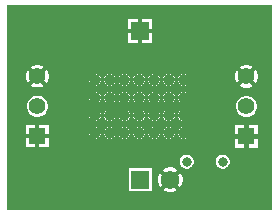
<source format=gbr>
%TF.GenerationSoftware,Altium Limited,Altium Designer,21.8.1 (53)*%
G04 Layer_Physical_Order=2*
G04 Layer_Color=16711680*
%FSLAX26Y26*%
%MOIN*%
%TF.SameCoordinates,2531CBD8-4BF0-4D0B-A877-44D4BE5F07E3*%
%TF.FilePolarity,Positive*%
%TF.FileFunction,Copper,L2,Bot,Signal*%
%TF.Part,Single*%
G01*
G75*
%TA.AperFunction,ComponentPad*%
%ADD18C,0.061811*%
%ADD19R,0.061811X0.061811*%
%ADD20C,0.054685*%
%ADD21R,0.054685X0.054685*%
%TA.AperFunction,ViaPad*%
%ADD22C,0.039370*%
%ADD23C,0.031496*%
G36*
X442968Y-338968D02*
X-442968D01*
Y342968D01*
X442968D01*
Y-338968D01*
D02*
G37*
%LPC*%
G36*
X41890Y298779D02*
X7973D01*
Y264862D01*
X41890D01*
Y298779D01*
D02*
G37*
G36*
X-6004D02*
X-39921D01*
Y264862D01*
X-6004D01*
Y298779D01*
D02*
G37*
G36*
X41890Y250886D02*
X7973D01*
Y216969D01*
X41890D01*
Y250886D01*
D02*
G37*
G36*
X-6004D02*
X-39921D01*
Y216969D01*
X-6004D01*
Y250886D01*
D02*
G37*
G36*
X-335635Y143839D02*
X-345467D01*
X-354965Y141294D01*
X-361622Y137450D01*
X-340551Y116379D01*
X-319480Y137450D01*
X-326137Y141294D01*
X-335635Y143839D01*
D02*
G37*
G36*
X361215Y143248D02*
X351383D01*
X341885Y140703D01*
X335228Y136859D01*
X356299Y115788D01*
X377370Y136859D01*
X370713Y140703D01*
X361215Y143248D01*
D02*
G37*
G36*
X-153622Y113724D02*
X-156700Y112449D01*
X-153622Y109371D01*
Y113724D01*
D02*
G37*
G36*
X151654D02*
Y109371D01*
X154732Y112449D01*
X151654Y113724D01*
D02*
G37*
G36*
X164614Y102566D02*
X161536Y99488D01*
X165889D01*
X164614Y102566D01*
D02*
G37*
G36*
X141654Y113724D02*
X135503Y111177D01*
X129965Y105639D01*
X127418Y99488D01*
X141654D01*
Y113724D01*
D02*
G37*
G36*
X102441D02*
Y99488D01*
X116677D01*
X114129Y105639D01*
X108592Y111177D01*
X102441Y113724D01*
D02*
G37*
G36*
X92441D02*
X86290Y111177D01*
X80753Y105639D01*
X78205Y99488D01*
X92441D01*
Y113724D01*
D02*
G37*
G36*
X53228D02*
Y99488D01*
X67464D01*
X64917Y105639D01*
X59379Y111177D01*
X53228Y113724D01*
D02*
G37*
G36*
X43228D02*
X37078Y111177D01*
X31540Y105639D01*
X28993Y99488D01*
X43228D01*
Y113724D01*
D02*
G37*
G36*
X4016D02*
Y99488D01*
X18252D01*
X15704Y105639D01*
X10166Y111177D01*
X4016Y113724D01*
D02*
G37*
G36*
X-5984D02*
X-12135Y111177D01*
X-17672Y105639D01*
X-20220Y99488D01*
X-5984D01*
Y113724D01*
D02*
G37*
G36*
X-45197D02*
Y99488D01*
X-30961D01*
X-33509Y105639D01*
X-39046Y111177D01*
X-45197Y113724D01*
D02*
G37*
G36*
X-55197D02*
X-61347Y111177D01*
X-66885Y105639D01*
X-69433Y99488D01*
X-55197D01*
Y113724D01*
D02*
G37*
G36*
X-94409D02*
Y99488D01*
X-80174D01*
X-82721Y105639D01*
X-88259Y111177D01*
X-94409Y113724D01*
D02*
G37*
G36*
X-104409D02*
X-110560Y111177D01*
X-116098Y105639D01*
X-118645Y99488D01*
X-104409D01*
Y113724D01*
D02*
G37*
G36*
X-143622D02*
Y99488D01*
X-129386D01*
X-131934Y105639D01*
X-137471Y111177D01*
X-143622Y113724D01*
D02*
G37*
G36*
X-166583Y102566D02*
X-167858Y99488D01*
X-163505D01*
X-166583Y102566D01*
D02*
G37*
G36*
X165889Y89488D02*
X161536D01*
X164614Y86410D01*
X165889Y89488D01*
D02*
G37*
G36*
X-163505D02*
X-167858D01*
X-166583Y86410D01*
X-163505Y89488D01*
D02*
G37*
G36*
X-371505Y127567D02*
X-375349Y120910D01*
X-377894Y111412D01*
Y101580D01*
X-375349Y92082D01*
X-371505Y85425D01*
X-350434Y106496D01*
X-371505Y127567D01*
D02*
G37*
G36*
X-309597Y127567D02*
X-330668Y106496D01*
X-309597Y85425D01*
X-305754Y92082D01*
X-303209Y101580D01*
Y111412D01*
X-305754Y120910D01*
X-309597Y127567D01*
D02*
G37*
G36*
X325345Y126977D02*
X321502Y120319D01*
X318957Y110822D01*
Y100989D01*
X321502Y91492D01*
X325345Y84834D01*
X346416Y105906D01*
X325345Y126977D01*
D02*
G37*
G36*
X387253Y126977D02*
X366182Y105906D01*
X387253Y84834D01*
X391097Y91492D01*
X393642Y100989D01*
Y110822D01*
X391097Y120319D01*
X387253Y126977D01*
D02*
G37*
G36*
X151654Y79606D02*
Y75252D01*
X154732Y76527D01*
X151654Y79606D01*
D02*
G37*
G36*
X141654Y89488D02*
X127418D01*
X129965Y83338D01*
X135503Y77800D01*
X141654Y75252D01*
Y89488D01*
D02*
G37*
G36*
X116677D02*
X102441D01*
Y75252D01*
X108592Y77800D01*
X114129Y83338D01*
X116677Y89488D01*
D02*
G37*
G36*
X92441D02*
X78205D01*
X80753Y83338D01*
X86290Y77800D01*
X92441Y75252D01*
Y89488D01*
D02*
G37*
G36*
X67464D02*
X53228D01*
Y75252D01*
X59379Y77800D01*
X64917Y83338D01*
X67464Y89488D01*
D02*
G37*
G36*
X43228D02*
X28993D01*
X31540Y83338D01*
X37078Y77800D01*
X43228Y75252D01*
Y89488D01*
D02*
G37*
G36*
X18252D02*
X4016D01*
Y75252D01*
X10166Y77800D01*
X15704Y83338D01*
X18252Y89488D01*
D02*
G37*
G36*
X-5984D02*
X-20220D01*
X-17672Y83338D01*
X-12135Y77800D01*
X-5984Y75252D01*
Y89488D01*
D02*
G37*
G36*
X-30961D02*
X-45197D01*
Y75252D01*
X-39046Y77800D01*
X-33509Y83338D01*
X-30961Y89488D01*
D02*
G37*
G36*
X-55197D02*
X-69433D01*
X-66885Y83338D01*
X-61347Y77800D01*
X-55197Y75252D01*
Y89488D01*
D02*
G37*
G36*
X-80174D02*
X-94409D01*
Y75252D01*
X-88259Y77800D01*
X-82721Y83338D01*
X-80174Y89488D01*
D02*
G37*
G36*
X-104409D02*
X-118645D01*
X-116098Y83338D01*
X-110560Y77800D01*
X-104409Y75252D01*
Y89488D01*
D02*
G37*
G36*
X-129386D02*
X-143622D01*
Y75252D01*
X-137471Y77800D01*
X-131934Y83338D01*
X-129386Y89488D01*
D02*
G37*
G36*
X-153622Y79606D02*
X-156700Y76527D01*
X-153622Y75252D01*
Y79606D01*
D02*
G37*
G36*
X-340551Y96613D02*
X-361622Y75542D01*
X-354965Y71698D01*
X-345467Y69154D01*
X-335635D01*
X-326137Y71698D01*
X-319480Y75542D01*
X-340551Y96613D01*
D02*
G37*
G36*
X356299Y96023D02*
X335228Y74952D01*
X341885Y71108D01*
X351383Y68563D01*
X361215D01*
X370713Y71108D01*
X377370Y74952D01*
X356299Y96023D01*
D02*
G37*
G36*
X-153622Y54669D02*
X-156700Y53394D01*
X-153622Y50316D01*
Y54669D01*
D02*
G37*
G36*
X151654D02*
Y50316D01*
X154732Y53394D01*
X151654Y54669D01*
D02*
G37*
G36*
X164614Y43511D02*
X161536Y40433D01*
X165889D01*
X164614Y43511D01*
D02*
G37*
G36*
X141654Y54669D02*
X135503Y52121D01*
X129965Y46584D01*
X127418Y40433D01*
X141654D01*
Y54669D01*
D02*
G37*
G36*
X102441D02*
Y40433D01*
X116677D01*
X114129Y46584D01*
X108592Y52121D01*
X102441Y54669D01*
D02*
G37*
G36*
X92441D02*
X86290Y52121D01*
X80753Y46584D01*
X78205Y40433D01*
X92441D01*
Y54669D01*
D02*
G37*
G36*
X53228D02*
Y40433D01*
X67464D01*
X64917Y46584D01*
X59379Y52121D01*
X53228Y54669D01*
D02*
G37*
G36*
X43228D02*
X37078Y52121D01*
X31540Y46584D01*
X28993Y40433D01*
X43228D01*
Y54669D01*
D02*
G37*
G36*
X4016D02*
Y40433D01*
X18252D01*
X15704Y46584D01*
X10166Y52121D01*
X4016Y54669D01*
D02*
G37*
G36*
X-5984D02*
X-12135Y52121D01*
X-17672Y46584D01*
X-20220Y40433D01*
X-5984D01*
Y54669D01*
D02*
G37*
G36*
X-45197D02*
Y40433D01*
X-30961D01*
X-33509Y46584D01*
X-39046Y52121D01*
X-45197Y54669D01*
D02*
G37*
G36*
X-55197D02*
X-61347Y52121D01*
X-66885Y46584D01*
X-69433Y40433D01*
X-55197D01*
Y54669D01*
D02*
G37*
G36*
X-94409D02*
Y40433D01*
X-80174D01*
X-82721Y46584D01*
X-88259Y52121D01*
X-94409Y54669D01*
D02*
G37*
G36*
X-104409D02*
X-110560Y52121D01*
X-116098Y46584D01*
X-118645Y40433D01*
X-104409D01*
Y54669D01*
D02*
G37*
G36*
X-143622D02*
Y40433D01*
X-129386D01*
X-131934Y46584D01*
X-137471Y52121D01*
X-143622Y54669D01*
D02*
G37*
G36*
X-166583Y43511D02*
X-167858Y40433D01*
X-163505D01*
X-166583Y43511D01*
D02*
G37*
G36*
X165889Y30433D02*
X161536D01*
X164614Y27355D01*
X165889Y30433D01*
D02*
G37*
G36*
X-163505D02*
X-167858D01*
X-166583Y27355D01*
X-163505Y30433D01*
D02*
G37*
G36*
X151654Y20550D02*
Y16197D01*
X154732Y17472D01*
X151654Y20550D01*
D02*
G37*
G36*
X141654Y30433D02*
X127418D01*
X129965Y24282D01*
X135503Y18745D01*
X141654Y16197D01*
Y30433D01*
D02*
G37*
G36*
X116677D02*
X102441D01*
Y16197D01*
X108592Y18745D01*
X114129Y24282D01*
X116677Y30433D01*
D02*
G37*
G36*
X92441D02*
X78205D01*
X80753Y24282D01*
X86290Y18745D01*
X92441Y16197D01*
Y30433D01*
D02*
G37*
G36*
X67464D02*
X53228D01*
Y16197D01*
X59379Y18745D01*
X64917Y24282D01*
X67464Y30433D01*
D02*
G37*
G36*
X43228D02*
X28993D01*
X31540Y24282D01*
X37078Y18745D01*
X43228Y16197D01*
Y30433D01*
D02*
G37*
G36*
X18252D02*
X4016D01*
Y16197D01*
X10166Y18745D01*
X15704Y24282D01*
X18252Y30433D01*
D02*
G37*
G36*
X-5984D02*
X-20220D01*
X-17672Y24282D01*
X-12135Y18745D01*
X-5984Y16197D01*
Y30433D01*
D02*
G37*
G36*
X-30961D02*
X-45197D01*
Y16197D01*
X-39046Y18745D01*
X-33509Y24282D01*
X-30961Y30433D01*
D02*
G37*
G36*
X-55197D02*
X-69433D01*
X-66885Y24282D01*
X-61347Y18745D01*
X-55197Y16197D01*
Y30433D01*
D02*
G37*
G36*
X-80174D02*
X-94409D01*
Y16197D01*
X-88259Y18745D01*
X-82721Y24282D01*
X-80174Y30433D01*
D02*
G37*
G36*
X-104409D02*
X-118645D01*
X-116098Y24282D01*
X-110560Y18745D01*
X-104409Y16197D01*
Y30433D01*
D02*
G37*
G36*
X-129386D02*
X-143622D01*
Y16197D01*
X-137471Y18745D01*
X-131934Y24282D01*
X-129386Y30433D01*
D02*
G37*
G36*
X-153622Y20550D02*
X-156700Y17472D01*
X-153622Y16197D01*
Y20550D01*
D02*
G37*
G36*
Y-4386D02*
X-156700Y-5661D01*
X-153622Y-8739D01*
Y-4386D01*
D02*
G37*
G36*
X151654D02*
Y-8739D01*
X154732Y-5661D01*
X151654Y-4386D01*
D02*
G37*
G36*
X164614Y-15544D02*
X161536Y-18622D01*
X165889D01*
X164614Y-15544D01*
D02*
G37*
G36*
X141654Y-4386D02*
X135503Y-6934D01*
X129965Y-12471D01*
X127418Y-18622D01*
X141654D01*
Y-4386D01*
D02*
G37*
G36*
X102441D02*
Y-18622D01*
X116677D01*
X114129Y-12471D01*
X108592Y-6934D01*
X102441Y-4386D01*
D02*
G37*
G36*
X92441D02*
X86290Y-6934D01*
X80753Y-12471D01*
X78205Y-18622D01*
X92441D01*
Y-4386D01*
D02*
G37*
G36*
X53228D02*
Y-18622D01*
X67464D01*
X64917Y-12471D01*
X59379Y-6934D01*
X53228Y-4386D01*
D02*
G37*
G36*
X43228D02*
X37078Y-6934D01*
X31540Y-12471D01*
X28993Y-18622D01*
X43228D01*
Y-4386D01*
D02*
G37*
G36*
X4016D02*
Y-18622D01*
X18252D01*
X15704Y-12471D01*
X10166Y-6934D01*
X4016Y-4386D01*
D02*
G37*
G36*
X-5984D02*
X-12135Y-6934D01*
X-17672Y-12471D01*
X-20220Y-18622D01*
X-5984D01*
Y-4386D01*
D02*
G37*
G36*
X-45197D02*
Y-18622D01*
X-30961D01*
X-33509Y-12471D01*
X-39046Y-6934D01*
X-45197Y-4386D01*
D02*
G37*
G36*
X-55197D02*
X-61347Y-6934D01*
X-66885Y-12471D01*
X-69433Y-18622D01*
X-55197D01*
Y-4386D01*
D02*
G37*
G36*
X-94409D02*
Y-18622D01*
X-80174D01*
X-82721Y-12471D01*
X-88259Y-6934D01*
X-94409Y-4386D01*
D02*
G37*
G36*
X-104409D02*
X-110560Y-6934D01*
X-116098Y-12471D01*
X-118645Y-18622D01*
X-104409D01*
Y-4386D01*
D02*
G37*
G36*
X-143622D02*
Y-18622D01*
X-129386D01*
X-131934Y-12471D01*
X-137471Y-6934D01*
X-143622Y-4386D01*
D02*
G37*
G36*
X-166583Y-15544D02*
X-167858Y-18622D01*
X-163505D01*
X-166583Y-15544D01*
D02*
G37*
G36*
X-335915Y41713D02*
X-345188D01*
X-354144Y39313D01*
X-362175Y34676D01*
X-368731Y28119D01*
X-373368Y20089D01*
X-375768Y11132D01*
Y1860D01*
X-373368Y-7097D01*
X-368731Y-15127D01*
X-362175Y-21684D01*
X-354144Y-26320D01*
X-345188Y-28720D01*
X-335915D01*
X-326958Y-26320D01*
X-318928Y-21684D01*
X-312371Y-15127D01*
X-307735Y-7097D01*
X-305335Y1860D01*
Y11132D01*
X-307735Y20089D01*
X-312371Y28119D01*
X-318928Y34676D01*
X-326958Y39313D01*
X-335915Y41713D01*
D02*
G37*
G36*
X360935Y41122D02*
X351663D01*
X342706Y38722D01*
X334676Y34086D01*
X328119Y27529D01*
X323483Y19499D01*
X321083Y10542D01*
Y1269D01*
X323483Y-7688D01*
X328119Y-15718D01*
X334676Y-22275D01*
X342706Y-26911D01*
X351663Y-29311D01*
X360935D01*
X369892Y-26911D01*
X377923Y-22275D01*
X384479Y-15718D01*
X389116Y-7688D01*
X391516Y1269D01*
Y10542D01*
X389116Y19499D01*
X384479Y27529D01*
X377923Y34086D01*
X369892Y38722D01*
X360935Y41122D01*
D02*
G37*
G36*
X165889Y-28622D02*
X161536D01*
X164614Y-31700D01*
X165889Y-28622D01*
D02*
G37*
G36*
X-163505D02*
X-167858D01*
X-166583Y-31700D01*
X-163505Y-28622D01*
D02*
G37*
G36*
X151654Y-38505D02*
Y-42858D01*
X154732Y-41583D01*
X151654Y-38505D01*
D02*
G37*
G36*
X141654Y-28622D02*
X127418D01*
X129965Y-34773D01*
X135503Y-40310D01*
X141654Y-42858D01*
Y-28622D01*
D02*
G37*
G36*
X116677D02*
X102441D01*
Y-42858D01*
X108592Y-40310D01*
X114129Y-34773D01*
X116677Y-28622D01*
D02*
G37*
G36*
X92441D02*
X78205D01*
X80753Y-34773D01*
X86290Y-40310D01*
X92441Y-42858D01*
Y-28622D01*
D02*
G37*
G36*
X67464D02*
X53228D01*
Y-42858D01*
X59379Y-40310D01*
X64917Y-34773D01*
X67464Y-28622D01*
D02*
G37*
G36*
X43228D02*
X28993D01*
X31540Y-34773D01*
X37078Y-40310D01*
X43228Y-42858D01*
Y-28622D01*
D02*
G37*
G36*
X18252D02*
X4016D01*
Y-42858D01*
X10166Y-40310D01*
X15704Y-34773D01*
X18252Y-28622D01*
D02*
G37*
G36*
X-5984D02*
X-20220D01*
X-17672Y-34773D01*
X-12135Y-40310D01*
X-5984Y-42858D01*
Y-28622D01*
D02*
G37*
G36*
X-30961D02*
X-45197D01*
Y-42858D01*
X-39046Y-40310D01*
X-33509Y-34773D01*
X-30961Y-28622D01*
D02*
G37*
G36*
X-55197D02*
X-69433D01*
X-66885Y-34773D01*
X-61347Y-40310D01*
X-55197Y-42858D01*
Y-28622D01*
D02*
G37*
G36*
X-80174D02*
X-94409D01*
Y-42858D01*
X-88259Y-40310D01*
X-82721Y-34773D01*
X-80174Y-28622D01*
D02*
G37*
G36*
X-104409D02*
X-118645D01*
X-116098Y-34773D01*
X-110560Y-40310D01*
X-104409Y-42858D01*
Y-28622D01*
D02*
G37*
G36*
X-129386D02*
X-143622D01*
Y-42858D01*
X-137471Y-40310D01*
X-131934Y-34773D01*
X-129386Y-28622D01*
D02*
G37*
G36*
X-153622Y-38505D02*
X-156700Y-41583D01*
X-153622Y-42858D01*
Y-38505D01*
D02*
G37*
G36*
Y-63441D02*
X-156700Y-64716D01*
X-153622Y-67794D01*
Y-63441D01*
D02*
G37*
G36*
X151654D02*
Y-67794D01*
X154732Y-64716D01*
X151654Y-63441D01*
D02*
G37*
G36*
X164614Y-74599D02*
X161536Y-77677D01*
X165889D01*
X164614Y-74599D01*
D02*
G37*
G36*
X141654Y-63441D02*
X135503Y-65989D01*
X129965Y-71526D01*
X127418Y-77677D01*
X141654D01*
Y-63441D01*
D02*
G37*
G36*
X102441D02*
Y-77677D01*
X116677D01*
X114129Y-71526D01*
X108592Y-65989D01*
X102441Y-63441D01*
D02*
G37*
G36*
X92441D02*
X86290Y-65989D01*
X80753Y-71526D01*
X78205Y-77677D01*
X92441D01*
Y-63441D01*
D02*
G37*
G36*
X53228D02*
Y-77677D01*
X67464D01*
X64917Y-71526D01*
X59379Y-65989D01*
X53228Y-63441D01*
D02*
G37*
G36*
X43228D02*
X37078Y-65989D01*
X31540Y-71526D01*
X28993Y-77677D01*
X43228D01*
Y-63441D01*
D02*
G37*
G36*
X4016D02*
Y-77677D01*
X18252D01*
X15704Y-71526D01*
X10166Y-65989D01*
X4016Y-63441D01*
D02*
G37*
G36*
X-5984D02*
X-12135Y-65989D01*
X-17672Y-71526D01*
X-20220Y-77677D01*
X-5984D01*
Y-63441D01*
D02*
G37*
G36*
X-45197D02*
Y-77677D01*
X-30961D01*
X-33509Y-71526D01*
X-39046Y-65989D01*
X-45197Y-63441D01*
D02*
G37*
G36*
X-55197D02*
X-61347Y-65989D01*
X-66885Y-71526D01*
X-69433Y-77677D01*
X-55197D01*
Y-63441D01*
D02*
G37*
G36*
X-94409D02*
Y-77677D01*
X-80174D01*
X-82721Y-71526D01*
X-88259Y-65989D01*
X-94409Y-63441D01*
D02*
G37*
G36*
X-104409D02*
X-110560Y-65989D01*
X-116098Y-71526D01*
X-118645Y-77677D01*
X-104409D01*
Y-63441D01*
D02*
G37*
G36*
X-143622D02*
Y-77677D01*
X-129386D01*
X-131934Y-71526D01*
X-137471Y-65989D01*
X-143622Y-63441D01*
D02*
G37*
G36*
X-166583Y-74599D02*
X-167858Y-77677D01*
X-163505D01*
X-166583Y-74599D01*
D02*
G37*
G36*
X-303209Y-56161D02*
X-333563D01*
Y-86516D01*
X-303209D01*
Y-56161D01*
D02*
G37*
G36*
X-347539D02*
X-377894D01*
Y-86516D01*
X-347539D01*
Y-56161D01*
D02*
G37*
G36*
X393642Y-56752D02*
X363287D01*
Y-87106D01*
X393642D01*
Y-56752D01*
D02*
G37*
G36*
X349311D02*
X318957D01*
Y-87106D01*
X349311D01*
Y-56752D01*
D02*
G37*
G36*
X165889Y-87677D02*
X161536D01*
X164614Y-90755D01*
X165889Y-87677D01*
D02*
G37*
G36*
X-163505D02*
X-167858D01*
X-166583Y-90755D01*
X-163505Y-87677D01*
D02*
G37*
G36*
X151654Y-97560D02*
Y-101913D01*
X154732Y-100638D01*
X151654Y-97560D01*
D02*
G37*
G36*
X141654Y-87677D02*
X127418D01*
X129965Y-93828D01*
X135503Y-99365D01*
X141654Y-101913D01*
Y-87677D01*
D02*
G37*
G36*
X116677D02*
X102441D01*
Y-101913D01*
X108592Y-99365D01*
X114129Y-93828D01*
X116677Y-87677D01*
D02*
G37*
G36*
X92441D02*
X78205D01*
X80753Y-93828D01*
X86290Y-99365D01*
X92441Y-101913D01*
Y-87677D01*
D02*
G37*
G36*
X67464D02*
X53228D01*
Y-101913D01*
X59379Y-99365D01*
X64917Y-93828D01*
X67464Y-87677D01*
D02*
G37*
G36*
X43228D02*
X28993D01*
X31540Y-93828D01*
X37078Y-99365D01*
X43228Y-101913D01*
Y-87677D01*
D02*
G37*
G36*
X18252D02*
X4016D01*
Y-101913D01*
X10166Y-99365D01*
X15704Y-93828D01*
X18252Y-87677D01*
D02*
G37*
G36*
X-5984D02*
X-20220D01*
X-17672Y-93828D01*
X-12135Y-99365D01*
X-5984Y-101913D01*
Y-87677D01*
D02*
G37*
G36*
X-30961D02*
X-45197D01*
Y-101913D01*
X-39046Y-99365D01*
X-33509Y-93828D01*
X-30961Y-87677D01*
D02*
G37*
G36*
X-55197D02*
X-69433D01*
X-66885Y-93828D01*
X-61347Y-99365D01*
X-55197Y-101913D01*
Y-87677D01*
D02*
G37*
G36*
X-80174D02*
X-94409D01*
Y-101913D01*
X-88259Y-99365D01*
X-82721Y-93828D01*
X-80174Y-87677D01*
D02*
G37*
G36*
X-104409D02*
X-118645D01*
X-116098Y-93828D01*
X-110560Y-99365D01*
X-104409Y-101913D01*
Y-87677D01*
D02*
G37*
G36*
X-129386D02*
X-143622D01*
Y-101913D01*
X-137471Y-99365D01*
X-131934Y-93828D01*
X-129386Y-87677D01*
D02*
G37*
G36*
X-153622Y-97560D02*
X-156700Y-100638D01*
X-153622Y-101913D01*
Y-97560D01*
D02*
G37*
G36*
X-303209Y-100492D02*
X-333563D01*
Y-130846D01*
X-303209D01*
Y-100492D01*
D02*
G37*
G36*
X-347539D02*
X-377894D01*
Y-130846D01*
X-347539D01*
Y-100492D01*
D02*
G37*
G36*
X393642Y-101083D02*
X363287D01*
Y-131437D01*
X393642D01*
Y-101083D01*
D02*
G37*
G36*
X349311D02*
X318957D01*
Y-131437D01*
X349311D01*
Y-101083D01*
D02*
G37*
G36*
X280000Y-154378D02*
X273780D01*
X267772Y-155988D01*
X262386Y-159098D01*
X257988Y-163496D01*
X254878Y-168882D01*
X253268Y-174890D01*
Y-181110D01*
X254878Y-187118D01*
X257988Y-192504D01*
X262386Y-196902D01*
X267772Y-200012D01*
X273780Y-201622D01*
X280000D01*
X286007Y-200012D01*
X291394Y-196902D01*
X295792Y-192504D01*
X298902Y-187118D01*
X300512Y-181110D01*
Y-174890D01*
X298902Y-168882D01*
X295792Y-163496D01*
X291394Y-159098D01*
X286007Y-155988D01*
X280000Y-154378D01*
D02*
G37*
G36*
X160000D02*
X153780D01*
X147772Y-155988D01*
X142386Y-159098D01*
X137988Y-163496D01*
X134878Y-168882D01*
X133268Y-174890D01*
Y-181110D01*
X134878Y-187118D01*
X137988Y-192504D01*
X142386Y-196902D01*
X147772Y-200012D01*
X153780Y-201622D01*
X160000D01*
X166007Y-200012D01*
X171394Y-196902D01*
X175792Y-192504D01*
X178902Y-187118D01*
X180512Y-181110D01*
Y-174890D01*
X178902Y-168882D01*
X175792Y-163496D01*
X171394Y-159098D01*
X166007Y-155988D01*
X160000Y-154378D01*
D02*
G37*
G36*
X107748Y-197284D02*
X96977D01*
X86573Y-200071D01*
X78683Y-204627D01*
X102362Y-228306D01*
X126042Y-204627D01*
X118151Y-200071D01*
X107748Y-197284D01*
D02*
G37*
G36*
X135924Y-214510D02*
X112245Y-238189D01*
X135924Y-261868D01*
X140480Y-253978D01*
X143268Y-243574D01*
Y-232804D01*
X140480Y-222400D01*
X135924Y-214510D01*
D02*
G37*
G36*
X68800Y-214509D02*
X64244Y-222400D01*
X61457Y-232804D01*
Y-243574D01*
X64244Y-253978D01*
X68800Y-261868D01*
X92479Y-238189D01*
X68800Y-214509D01*
D02*
G37*
G36*
X41142Y-199410D02*
X-36417D01*
Y-276969D01*
X41142D01*
Y-199410D01*
D02*
G37*
G36*
X102362Y-248072D02*
X78683Y-271751D01*
X86573Y-276307D01*
X96977Y-279094D01*
X107748D01*
X118151Y-276307D01*
X126042Y-271751D01*
X102362Y-248072D01*
D02*
G37*
%LPD*%
D18*
Y-238189D02*
D03*
D19*
X2362D02*
D03*
X984Y257874D02*
D03*
D20*
X-340551Y106496D02*
D03*
Y6496D02*
D03*
X356299Y105906D02*
D03*
Y5906D02*
D03*
D21*
X-340551Y-93504D02*
D03*
X356299Y-94094D02*
D03*
D22*
X-50197Y-82677D02*
D03*
X-148622Y35433D02*
D03*
X-99409Y-23622D02*
D03*
Y35433D02*
D03*
Y94488D02*
D03*
X-50197Y-23622D02*
D03*
Y35433D02*
D03*
Y94488D02*
D03*
X-99409Y-82677D02*
D03*
X-984Y-23622D02*
D03*
Y35433D02*
D03*
Y-82677D02*
D03*
X-148622D02*
D03*
Y-23622D02*
D03*
Y94488D02*
D03*
X-984D02*
D03*
X146654Y-82677D02*
D03*
X97441D02*
D03*
X48228D02*
D03*
Y-23622D02*
D03*
Y35433D02*
D03*
Y94488D02*
D03*
X97441Y-23622D02*
D03*
Y35433D02*
D03*
Y94488D02*
D03*
X146654Y-23622D02*
D03*
Y35433D02*
D03*
Y94488D02*
D03*
D23*
X-142000Y182008D02*
D03*
X-104622Y247000D02*
D03*
X-206693Y125000D02*
D03*
X-314071Y247000D02*
D03*
X-262000Y182008D02*
D03*
X-209346Y247000D02*
D03*
X-206693Y-52165D02*
D03*
Y6890D02*
D03*
Y-119094D02*
D03*
Y65945D02*
D03*
X414000Y-308000D02*
D03*
X54827Y-306779D02*
D03*
X314276Y-236780D02*
D03*
X209551D02*
D03*
X414000Y-221150D02*
D03*
X156890Y-178000D02*
D03*
X276890D02*
D03*
X414000Y-150520D02*
D03*
X212205Y-119094D02*
D03*
Y-52165D02*
D03*
X-413795Y-308000D02*
D03*
X-49898Y-306779D02*
D03*
X-413795Y-150520D02*
D03*
X-104622Y-236780D02*
D03*
X-314071D02*
D03*
X-209346D02*
D03*
X-413795Y-221150D02*
D03*
X-262000Y-178000D02*
D03*
X-142000D02*
D03*
X212205Y65945D02*
D03*
X276890Y182008D02*
D03*
X314276Y247000D02*
D03*
X414000Y317000D02*
D03*
Y232284D02*
D03*
X414173Y143701D02*
D03*
X212205Y125000D02*
D03*
Y6890D02*
D03*
X-413795Y150740D02*
D03*
Y221370D02*
D03*
Y317000D02*
D03*
X102D02*
D03*
X104827Y247000D02*
D03*
X156890Y182008D02*
D03*
X209551Y247000D02*
D03*
%TF.MD5,ff892708916b0be497c404620e5e166c*%
M02*

</source>
